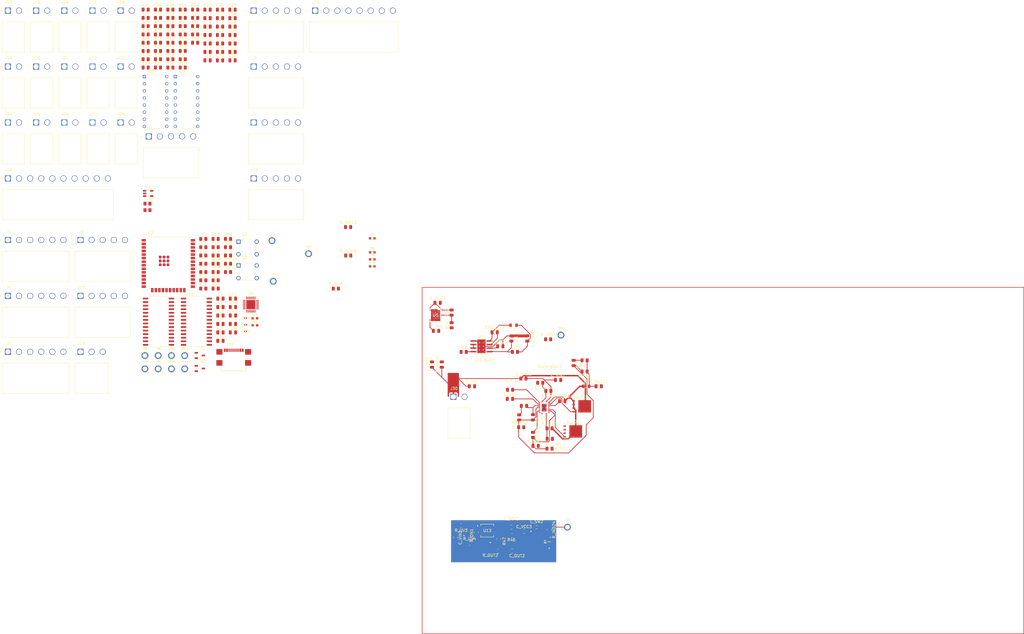
<source format=kicad_pcb>
(kicad_pcb (version 20240108) (generator "pcbnew") (generator_version "8.0")
  (layers (0 "F.Cu" signal) (31 "B.Cu" signal) (34 "B.Paste" user) (35 "F.Paste" user) (36 "B.SilkS" user "B.Silkscreen") (37 "F.SilkS" user "F.Silkscreen") (38 "B.Mask" user) (39 "F.Mask" user) (44 "Edge.Cuts" user))
  (net 0 "")
  (net 1 "3.3V")
  (net 2 "GND")
  (net 3 "ESP_EN")
  (net 4 "Net-(J32-DN1)")
  (net 5 "XI")
  (net 6 "XO")
  (net 7 "Net-(IC2-CORE_VDD_1)")
  (net 8 "Net-(J32-VBUS)")
  (net 9 "BUTTON_8")
  (net 10 "BUTTON_9")
  (net 11 "BUTTON_10")
  (net 12 "BUTTON_11")
  (net 13 "BUTTON_12")
  (net 14 "BUTTON_13")
  (net 15 "BUTTON_3")
  (net 16 "BUTTON_0")
  (net 17 "BUTTON_4")
  (net 18 "BUTTON_1")
  (net 19 "BUTTON_5")
  (net 20 "BUTTON_2")
  (net 21 "BUTTON_6")
  (net 22 "BUTTON_14")
  (net 23 "BUTTON_7")
  (net 24 "Net-(U1-SW)")
  (net 25 "Net-(U1-BOOT)")
  (net 26 "Net-(U13-BST)")
  (net 27 "Net-(U13-SW)")
  (net 28 "Net-(Q_LO1-D)")
  (net 29 "Net-(U12-BST)")
  (net 30 "Net-(U12-COMP)")
  (net 31 "Net-(C_C1-Pad2)")
  (net 32 "Net-(U12-FB)")
  (net 33 "Net-(C_C3-Pad1)")
  (net 34 "48V")
  (net 35 "Net-(U12-ILIM)")
  (net 36 "24V")
  (net 37 "Net-(C_OUT2-Pad2)")
  (net 38 "5V")
  (net 39 "12V")
  (net 40 "Net-(U12-SS_TRK)")
  (net 41 "Net-(U12-VCC)")
  (net 42 "Net-(U13-VCC)")
  (net 43 "Net-(U1-VCC)")
  (net 44 "Net-(U12-VIN)")
  (net 45 "Net-(D6-Pad2)")
  (net 46 "Net-(D7-Pad2)")
  (net 47 "Net-(D8-Pad2)")
  (net 48 "Net-(D9-Pad2)")
  (net 49 "Net-(D10-Pad2)")
  (net 50 "Net-(D11-Pad2)")
  (net 51 "Net-(U6-GPIO.1{slash}RXT)")
  (net 52 "Net-(U6-GPIO.0{slash}TXT)")
  (net 53 "Net-(D12-Pad2)")
  (net 54 "DIE_CLAMP_DIR+")
  (net 55 "DIE_CLAMP_PUL+")
  (net 56 "DIE_CLAMP_ENA+")
  (net 57 "ADVANCING_DIR+")
  (net 58 "ADVANCING_ENA+")
  (net 59 "ADVANCING_PUL+")
  (net 60 "ROTATION_ENA+")
  (net 61 "ROTATION_PUL+")
  (net 62 "ROTATION_DIR+")
  (net 63 "DIE_LIMIT_2")
  (net 64 "DIE_LIMIT_1")
  (net 65 "ADVANCE_LIMIT_2")
  (net 66 "ADVANCE_LIMIT_1")
  (net 67 "INDUCTIVE_PROX_1")
  (net 68 "INDUCTIVE_PROX_2")
  (net 69 "DIE_BEAM")
  (net 70 "CHUCK_BEAM")
  (net 71 "BENDING_LPWM")
  (net 72 "BENDING_RPWM")
  (net 73 "BENDING_R_ENA")
  (net 74 "BENDING_L_ENA")
  (net 75 "CHUCK_CLAMP_PUL+")
  (net 76 "CHUCK_CLAMP_DIR+")
  (net 77 "CHUCK_CLAMP_ENA+")
  (net 78 "BENDING_LIN_POT")
  (net 79 "7-SEG_SRCLK")
  (net 80 "7-SEG_SER")
  (net 81 "7-SEG_OEb")
  (net 82 "7-SEG_RCLK")
  (net 83 "7-SEG_A1")
  (net 84 "7-SEG_A0")
  (net 85 "7-SEG_Gb")
  (net 86 "DIAL_BUTTON")
  (net 87 "DIAL_CHANNEL_A")
  (net 88 "DIAL_CHANNEL_B")
  (net 91 "Net-(J32-CC2)")
  (net 93 "Net-(J32-CC1)")
  (net 94 "Net-(Q1-Pad3)")
  (net 95 "Net-(Q1-Pad2)")
  (net 96 "Net-(Q1-Pad1)")
  (net 97 "Net-(Q2-Pad3)")
  (net 98 "Net-(Q_HI1-G)")
  (net 99 "Net-(Q_LO1-G)")
  (net 100 "Net-(U1-FB)")
  (net 101 "Net-(U1-PG)")
  (net 102 "GPIO_0")
  (net 103 "DTR")
  (net 104 "RTS")
  (net 105 "ESP_RXD0")
  (net 106 "ESP_RXD")
  (net 107 "ESP_TXD")
  (net 108 "ESP_TXD0")
  (net 109 "ESP_SCK")
  (net 110 "ESP_SDA_OUT")
  (net 111 "ESP_SCK_OUT")
  (net 112 "Net-(U5-SENSE+_FB)")
  (net 113 "Net-(IC2-PDAT15)")
  (net 114 "RED4")
  (net 115 "RED3")
  (net 116 "Net-(IC2-PDAT14)")
  (net 117 "Net-(IC2-PDAT13)")
  (net 118 "RED2")
  (net 119 "RED1")
  (net 120 "Net-(IC2-PDAT12)")
  (net 121 "RED0")
  (net 122 "Net-(IC2-PDAT11)")
  (net 123 "GREEN5")
  (net 124 "Net-(IC2-PDAT10)")
  (net 125 "Net-(IC2-PDAT9)")
  (net 126 "GREEN4")
  (net 127 "Net-(IC2-PDAT8)")
  (net 128 "GREEN3")
  (net 129 "GREEN2")
  (net 130 "Net-(IC2-PDAT7)")
  (net 131 "GREEN1")
  (net 132 "Net-(IC2-PDAT6)")
  (net 133 "GREEN0")
  (net 134 "Net-(IC2-PDAT5)")
  (net 135 "BLUE4")
  (net 136 "Net-(IC2-PDAT4)")
  (net 137 "Net-(IC2-PDAT3)")
  (net 138 "BLUE3")
  (net 139 "Net-(IC2-PDAT2)")
  (net 140 "BLUE2")
  (net 141 "Net-(IC2-PDAT1)")
  (net 142 "BLUE1")
  (net 143 "BLUE0")
  (net 144 "Net-(IC2-PDAT0)")
  (net 145 "VSYNC")
  (net 146 "Net-(IC2-VSYNC)")
  (net 147 "Net-(IC2-HSYNC)")
  (net 148 "HSYNC")
  (net 149 "Net-(IC2-PCLK)")
  (net 150 "PIXCLK")
  (net 151 "DE")
  (net 152 "Net-(IC2-DE)")
  (net 153 "Net-(IC1-4A)")
  (net 154 "Net-(U13-FB)")
  (net 155 "Net-(U6-~{RST})")
  (net 156 "Net-(U6-VBUS)")
  (net 157 "Net-(U13-RON)")
  (net 158 "Net-(U12-PGOOD)")
  (net 159 "Net-(U12-RT)")
  (net 160 "Net-(U12-EN_UVLO)")
  (net 161 "Net-(U13-UVLO)")
  (net 162 "Net-(U12-SYNCIN)")
  (net 163 "DISPLAY_MOSI")
  (net 165 "DISPLAY_SCK")
  (net 166 "DISPLAY_CS")
  (net 176 "DISPLAY_MISO")
  (net 180 "BUTTON_CHAN_SEL_1C")
  (net 182 "BUTTON_CHAN_SEL_2B")
  (net 183 "BUTTON_PLEX_1")
  (net 184 "BUTTON_CHAN_SEL_2A")
  (net 185 "BUTTON_CHAN_SEL_1B")
  (net 186 "BUTTON_CHAN_SEL_2C")
  (net 187 "BUTTON_CHAN_SEL_1A")
  (net 188 "BUTTON_PLEX_2")
  (net 207 "DISPLAY_WAIT")
  (net 210 "DISPLAY_INT")
  (net 211 "RA_MISO")
  (net 212 "SCS")
  (footprint "Resistor_SMD:R_0805_2012Metric" (layer "F.Cu") (at 55.5 49 90)
    (property "Reference" "R22")
    (property "Value" "32.4k")
  )
  (footprint "Capacitor_SMD:C_0805_2012Metric" (layer "F.Cu") (at -22.475 45.525)
    (property "Reference" "C34")
    (property "Value" "4.7uF")
  )
  (footprint "Package_TO_SOT_SMD:TDSON-8-1" (layer "F.Cu") (at 101.9 77.905)
    (property "Reference" "Q_HI1")
    (property "Value" "CSD19502Q5B")
  )
  (footprint "Capacitor_SMD:C_0805_2012Metric" (layer "F.Cu") (at -22.625 -45.445)
    (property "Reference" "C33")
    (property "Value" "500nF")
  )
  (footprint "Capacitor_SMD:C_0805_2012Metric" (layer "F.Cu") (at -31.525 -48.455)
    (property "Reference" "C17")
    (property "Value" "0.1uF")
  )
  (footprint "${KIPRJMOD}:QFN50P500X500X80-29N" (layer "F.Cu") (at -16.095 41.63)
    (property "Reference" "U6")
    (property "Value" "CP2102N-A02-GQFN28")
  )
  (footprint "Resistor_SMD:R_0805_2012Metric" (layer "F.Cu") (at -49.185 -54.685)
    (property "Reference" "R33")
    (property "Value" "33")
  )
  (footprint "${KIPRJMOD}:TE_640387-8" (layer "F.Cu") (at 6.85 -63.17)
    (property "Reference" "J11")
    (property "Value" "640387-8")
  )
  (footprint "Resistor_SMD:R_0805_2012Metric" (layer "F.Cu") (at 80.3125 85.37)
    (property "Reference" "R_FB2")
    (property "Value" "1290")
  )
  (footprint "Capacitor_SMD:C_0805_2012Metric" (layer "F.Cu") (at -26.925 42.515)
    (property "Reference" "C2")
    (property "Value" "0.1uF")
  )
  (footprint "Resistor_SMD:R_0805_2012Metric" (layer "F.Cu") (at 59.8 58.5)
    (property "Reference" "R3")
    (property "Value" "100k")
  )
  (footprint "Resistor_SMD:R_0805_2012Metric" (layer "F.Cu") (at -24.225 24.125)
    (property "Reference" "R70")
    (property "Value" "22.1k")
  )
  (footprint "Capacitor_SMD:C_0805_2012Metric" (layer "F.Cu") (at 76.3 75.25)
    (property "Reference" "C_SS1")
    (property "Value" "12.5n")
  )
  (footprint "Resistor_SMD:R_0805_2012Metric" (layer "F.Cu") (at 58.9 120.5 180)
    (property "Reference" "R_UV3")
    (property "Value" "56.2k")
  )
  (footprint "${KIPRJMOD}:WL-SMCW_0603" (layer "F.Cu") (at 27.2 28)
    (property "Reference" "D10")
    (property "Value" "BLUE")
  )
  (footprint "Resistor_SMD:R_0805_2012Metric" (layer "F.Cu") (at 18.5875 14)
    (property "Reference" "R_IND12")
    (property "Value" "1.6k")
  )
  (footprint "Resistor_SMD:R_0805_2012Metric" (layer "F.Cu") (at -35.955 -51.735)
    (property "Reference" "R63")
    (property "Value" "10k")
  )
  (footprint "Capacitor_SMD:C_0805_2012Metric" (layer "F.Cu") (at -31.525 -45.445)
    (property "Reference" "C19")
    (property "Value" "500nF")
  )
  (footprint "Capacitor_SMD:C_0805_2012Metric" (layer "F.Cu") (at -26.925 39.505)
    (property "Reference" "C1")
    (property "Value" "0.1uF")
  )
  (footprint "Package_TO_SOT_SMD:TDSON-8-1" (layer "F.Cu") (at 98.7 86.85)
    (property "Reference" "Q_LO1")
    (property "Value" "CSD19534Q5A")
  )
  (footprint "${KIPRJMOD}:TE_640387-2" (layer "F.Cu") (at -62.51 -23.29)
    (property "Reference" "J28")
    (property "Value" "640387-2")
  )
  (footprint "Resistor_SMD:R_0805_2012Metric" (layer "F.Cu") (at 90.4125 85.75)
    (property "Reference" "R_ILIM1")
    (property "Value" "1.58k")
  )
  (footprint "Resistor_SMD:R_0805_2012Metric" (layer "F.Cu") (at 76.8 53.7125 -90)
    (property "Reference" "R1")
    (property "Value" "43.5k")
  )
  (footprint "${KIPRJMOD}:TE_640387-2" (layer "F.Cu") (at -92.645 -23.29)
    (property "Reference" "J25")
    (property "Value" "640387-2")
  )
  (footprint "${KIPRJMOD}:TVS_DFN2_SLP1006P2_SEM" (layer "F.Cu") (at -17.9593 46.4458)
    (property "Reference" "D13")
    (property "Value" "RCLAMP1521P.TCT")
  )
  (footprint "Resistor_SMD:R_0805_2012Metric" (layer "F.Cu") (at -40.365 -60.585)
    (property "Reference" "R52")
    (property "Value" "10k")
  )
  (footprint "${KIPRJMOD}:KEYSTONE_5006" (layer "F.Cu") (at -8.105 33.305)
    (property "Reference" "TP4")
    (property "Value" "5006")
  )
  (footprint "Resistor_SMD:R_0805_2012Metric" (layer "F.Cu") (at -24.225 21.175)
    (property "Reference" "R69")
    (property "Value" "47.5k")
  )
  (footprint "Capacitor_SMD:C_0805_2012Metric" (layer "F.Cu") (at -31.525 -54.475)
    (property "Reference" "C15")
    (property "Value" "0.1uF")
  )
  (footprint "Resistor_SMD:R_0805_2012Metric" (layer "F.Cu") (at -44.775 -63.535)
    (property "Reference" "R38")
    (property "Value" "33")
  )
  (footprint "Capacitor_SMD:C_0805_2012Metric" (layer "F.Cu") (at 76.85 121 180)
    (property "Reference" "C_BST2")
    (property "Value" "10nF")
  )
  (footprint "Resistor_SMD:R_0805_2012Metric" (layer "F.Cu") (at -44.775 -54.685)
    (property "Reference" "R41")
    (property "Value" "33")
  )
  (footprint "Capacitor_SMD:C_0805_2012Metric" (layer "F.Cu") (at 85.45 92)
    (property "Reference" "C_VCC2")
    (property "Value" "2.2u")
  )
  (footprint "Resistor_SMD:R_0805_2012Metric" (layer "F.Cu") (at -28.635 24.125)
    (property "Reference" "R19")
    (property "Value" "1K")
  )
  (footprint "Resistor_SMD:R_0805_2012Metric" (layer "F.Cu") (at -28.635 35.925)
    (property "Reference" "R67")
    (property "Value" "5.1K")
  )
  (footprint "${KIPRJMOD}:DIP794W45P254L1969H508Q16" (layer "F.Cu") (at -39.02 -30.79)
    (property "Reference" "U9")
    (property "Value" "CD4051BE")
  )
  (footprint "Resistor_SMD:R_0805_2012Metric" (layer "F.Cu") (at -33.045 21.175)
    (property "Reference" "R9")
    (property "Value" "10K")
  )
  (footprint "Resistor_SMD:R_0805_2012Metric" (layer "F.Cu") (at 90.4125 93)
    (property "Reference" "R_PG1")
    (property "Value" "20k")
  )
  (footprint "${KIPRJMOD}:TE_640387-2" (layer "F.Cu") (at -82.6 -23.29)
    (property "Reference" "J26")
    (property "Value" "640387-2")
  )
  (footprint "Capacitor_SMD:C_0805_2012Metric" (layer "F.Cu") (at 99 62.45 -90)
    (property "Reference" "C_C3")
    (property "Value" "1n")
  )
  (footprint "${KIPRJMOD}:KEYSTONE_5006" (layer "F.Cu") (at 94.5 52.5)
    (property "Reference" "TP5")
    (property "Value" "5006")
  )
  (footprint "Resistor_SMD:R_0805_2012Metric" (layer "F.Cu") (at -40.365 -48.785)
    (property "Reference" "R56")
    (property "Value" "10k")
  )
  (footprint "${KIPRJMOD}:KEYSTONE_5006" (layer "F.Cu") (at -49.125 64.545)
    (property "Reference" "TP9")
    (property "Value" "5006")
  )
  (footprint "Resistor_SMD:R_0805_2012Metric" (layer "F.Cu") (at 84.5 88.0875 -90)
    (property "Reference" "R_VCC1")
    (property "Value" "20k")
  )
  (footprint "Capacitor_SMD:C_0805_2012Metric" (layer "F.Cu") (at 62.75 70.75)
    (property "Reference" "C_IN2")
    (property "Value" "4.7u")
  )
  (footprint "Resistor_SMD:R_0805_2012Metric" (layer "F.Cu") (at 79.6 81.8575 -90)
    (property "Reference" "R_C1")
    (property "Value" "4k")
  )
  (footprint "Resistor_SMD:R_0805_2012Metric" (layer "F.Cu") (at -40.365 -42.885)
    (property "Reference" "R58")
    (property "Value" "10k")
  )
  (footprint "${KIPRJMOD}:RGY0020B-MFG" (layer "F.Cu") (at 88.500001 78.37)
    (property "Reference" "U12")
    (property "Value" "LM5146RGYR")
  )
  (footprint "Resistor_SMD:R_0805_2012Metric" (layer "F.Cu") (at -49.185 -45.835)
    (property "Reference" "R36")
    (property "Value" "33")
  )
  (footprint "Resistor_SMD:R_0805_2012Metric" (layer "F.Cu") (at 72.3 125.0875 90)
    (property "Reference" "R47")
    (property "Value" "549")
  )
  (footprint "${KIPRJMOD}:KEYSTONE_5006" (layer "F.Cu") (at -53.855 64.545)
    (property "Reference" "TP7")
    (property "Value" "5006")
  )
  (footprint "${KIPRJMOD}:KEYSTONE_5006" (layer "F.Cu") (at -53.855 59.815)
    (property "Reference" "TP6")
    (property "Value" "5006")
  )
  (footprint "Capacitor_SMD:C_0805_2012Metric" (layer "F.Cu") (at -22.625 -54.475)
    (property "Reference" "C30")
    (property "Value" "500nF")
  )
  (footprint "Resistor_SMD:R_0805_2012Metric" (layer "F.Cu") (at -53.595 -54.685)
    (property "Reference" "R25")
    (property "Value" "33")
  )
  (footprint "${KIPRJMOD}:SIL0010C" (layer "F.Cu") (at 49.775001 45.400001)
    (property "Reference" "U5")
    (property "Value" "TPSM265R1V5SILR")
  )
  (footprint "${KIPRJMOD}:TE_640387-5" (layer "F.Cu") (at -15.07 -43.23)
    (property "Reference" "J3")
    (property "Value" "640387-5")
  )
  (footprint "Capacitor_SMD:C_0805_2012Metric" (layer "F.Cu") (at 90.5 89.5 180)
    (property "Reference" "C_ILIM1")
    (property "Value" "3p")
  )
  (footprint "Resistor_SMD:R_0805_2012Metric" (layer "F.Cu") (at 90.3 121.9125 -90)
    (property "Reference" "R_IND24")
    (property "Value" "3.2k")
  )
  (footprint "${KIPRJMOD}:WL-SMCW_0603" (layer "F.Cu") (at 90.3 126.2 90)
    (property "Reference" "D7")
    (property "Value" "BLUE")
  )
  (footprint "Resistor_SMD:R_0805_2012Metric" (layer "F.Cu") (at -33.045 30.025)
    (property "Reference" "R12")
    (property "Value" "0")
  )
  (footprint "Resistor_SMD:R_0805_2012Metric" (layer "F.Cu") (at 77.0125 124)
    (property "Reference" "R46")
    (property "Value" "10k")
  )
  (footprint "${KIPRJMOD}:GCT_USB4110GFA" (layer "F.Cu") (at -22.175 58.99)
    (property "Reference" "J32")
    (property "Value" "USB4110GFA")
  )
  (footprint "Capacitor_SMD:C_0805_2012Metric" (layer "F.Cu") (at -22.475 51.545)
    (property "Reference" "C36")
    (property "Value" "0.1uF")
  )
  (footprint "Resistor_SMD:R_0805_2012Metric" (layer "F.Cu") (at -53.595 -60.585)
    (property "Reference" "R23")
    (property "Value" "33")
  )
  (footprint "${KIPRJMOD}:IC_LMR36520FADDAR" (layer "F.Cu") (at 66.15 56.5)
    (property "Reference" "U1")
    (property "Value" "LMR36520FADDAR")
  )
  (footprint "${KIPRJMOD}:TE_640387-5" (layer "F.Cu") (at -76.81 18.59)
    (property "Reference" "J9")
    (property "Value" "640387-5")
  )
  (footprint "Capacitor_SMD:C_0805_2012Metric" (layer "F.Cu") (at -22.475 48.535)
    (property "Reference" "C35")
    (property "Value" "4.7uF")
  )
  (footprint "Resistor_SMD:R_0805_2012Metric" (layer "F.Cu") (at -44.775 -45.835)
    (property "Reference" "R49")
    (property "Value" "10k")
  )
  (footprint "Capacitor_SMD:C_0805_2012Metric" (layer "F.Cu") (at -26.925 48.535)
    (property "Reference" "C4")
    (property "Value" "10uF")
  )
  (footprint "${KIPRJMOD}:TE_640387-2" (layer "F.Cu") (at -92.645 -63.17)
    (property "Reference" "J15")
    (property "Value" "640387-2")
  )
  (footprint "${KIPRJMOD}:KEYSTONE_5006" (layer "F.Cu") (at -8.54 18.83)
    (property "Reference" "TP1")
    (property "Value" "5006")
  )
  (footprint "${KIPRJMOD}:SOIC127P1030X265-28N" (layer "F.Cu") (at -49.015 47.725)
    (property "Reference" "U3")
    (property "Value" "MCP23017-E_SO")
  )
  (footprint "Resistor_SMD:R_0805_2012Metric" (layer "F.Cu") (at -33.045 35.925)
    (property "Reference" "R14")
    (property "Value" "0")
  )
  (footprint "Resistor_SMD:R_0805_2012Metric" (layer "F.Cu") (at 89.9125 54)
    (property "Reference" "R_IND3")
    (property "Value" "440")
  )
  (footprint "${KIPRJMOD}:TVS_DFN2_SLP1006P2_SEM" (layer "F.Cu") (at -17.9593 48.8174)
    (property "Reference" "D14")
    (property "Value" "RCLAMP1521P.TCT")
  )
  (footprint "Resistor_SMD:R_0805_2012Metric" (layer "F.Cu") (at -33.045 18.225)
    (property "Reference" "R4")
    (property "Value" "1K")
  )
  (footprint "Resistor_SMD:R_0805_2012Metric" (layer "F.Cu") (at -35.955 -54.685)
    (property "Reference" "R62")
    (property "Value" "10k")
  )
  (footprint "Resistor_SMD:R_0805_2012Metric" (layer "F.Cu") (at 64.3 122.9125 90)
    (property "Reference" "R_ON1")
    (property "Value" "681k")
  )
  (footprint "Resistor_SMD:R_0805_2012Metric" (layer "F.Cu") (at 78.0875 58.5)
    (property "Reference" "R2")
    (property "Value" "100k")
  )
  (footprint "Resistor_SMD:R_0805_2012Metric" (layer "F.Cu") (at -40.365 -63.535)
    (property "Reference" "R51")
    (property "Value" "10k")
  )
  (footprint "Capacitor_SMD:C_0805_2012Metric" (layer "F.Cu") (at 56.9 124.7 -90)
    (property "Reference" "C_VIN2")
    (property "Value" "1uF")
  )
  (footprint "Resistor_SMD:R_0805_2012Metric" (layer "F.Cu") (at 90 72.4125 180)
    (property "Reference" "R_UV1")
    (property "Value" "237k")
  )
  (footprint "Resistor_SMD:R_0805_2012Metric" (layer "F.Cu") (at -40.365 -57.635)
    (property "Reference" "R53")
    (property "Value" "10k")
  )
  (footprint "Resistor_SMD:R_0805_2012Metric" (layer "F.Cu") (at -49.185 -48.785)
    (property "Reference" "R35")
    (property "Value" "33")
  )
  (footprint "${KIPRJMOD}:WL-SMCW_0603" (layer "F.Cu") (at -14.64 49.01)
    (property "Reference" "D12")
    (property "Value" "BLUE")
  )
  (footprint "Resistor_SMD:R_0805_2012Metric" (layer "F.Cu") (at -49.185 -63.535)
    (property "Reference" "R30")
    (property "Value" "33")
  )
  (footprint "Capacitor_SMD:C_0805_2012Metric" (layer "F.Cu") (at -26.925 51.545)
    (property "Reference" "C9")
    (property "Value" "1nF")
  )
  (footprint "Resistor_SMD:R_0805_2012Metric" (layer "F.Cu") (at 102.9125 65.5 180)
    (property "Reference" "R_FB1")
    (property "Value" "18k")
  )
  (footprint "${KIPRJMOD}:KEYSTONE_5006" (layer "F.Cu") (at 96.8 121)
    (property "Reference" "TP2")
    (property "Value" "5006")
  )
  (footprint "Inductor_SMD:L_0805_2012Metric" (layer "F.Cu") (at 85.8 121)
    (property "Reference" "L_SW2")
    (property "Value" "220uH")
  )
  (footprint "${KIPRJMOD}:SOIC127P1030X265-28N" (layer "F.Cu") (at -35.48 47.725)
    (property "Reference" "U10")
    (property "Value" "MCP23017-E_SO")
  )
  (footprint "Capacitor_SMD:C_0805_2012Metric" (layer "F.Cu") (at -27.075 -48.455)
    (property "Reference" "C25")
    (property "Value" "500nF")
  )
  (footprint "Resistor_SMD:R_0805_2012Metric" (layer "F.Cu") (at -53.595 -63.535)
    (property "Reference" "R21")
    (property "Value" "1M")
  )
  (footprint "Capacitor_SMD:C_0805_2012Metric" (layer "F.Cu") (at 81.3 77.75 180)
    (property "Reference" "C_C1")
    (property "Value" "6.8n")
  )
  (footprint "Resistor_SMD:R_0805_2012Metric" (layer "F.Cu") (at -44.775 -48.785)
    (property "Reference" "R43")
    (property "Value" "10K")
  )
  (footprint "${KIPRJMOD}:WL-SMCW_0603" (layer "F.Cu") (at 27.2 25.5)
    (property "Reference" "D9")
    (property "Value" "BLUE")
  )
  (footprint "Resistor_SMD:R_0805_2012Metric" (layer "F.Cu") (at -53.595 -45.835)
    (property "Reference" "R28")
    (property "Value" "33")
  )
  (footprint "${KIPRJMOD}:TE_640387-2" (layer "F.Cu") (at -82.6 -43.23)
    (property "Reference" "J21")
    (property "Value" "640387-2")
  )
  (footprint "Resistor_SMD:R_0805_2012Metric" (layer "F.Cu") (at 61.9 126.75)
    (property "Reference" "R_UV4")
    (property "Value" "2k")
  )
  (footprint "Resistor_SMD:R_0805_2012Metric" (layer "F.Cu") (at 14.225 35.925)
    (property "Reference" "R_IND5")
    (property "Value" "660")
  )
  (footprint "${KIPRJMOD}:TE_640387-2" (layer "F.Cu") (at -62.51 -43.23)
    (property "Reference" "J23")
    (property "Value" "640387-2")
  )
  (footprint "Resistor_SMD:R_0805_2012Metric" (layer "F.Cu") (at -53.595 -57.635)
    (property "Reference" "R24")
    (property "Value" "33")
  )
  (footprint "Resistor_SMD:R_0805_2012Metric" (layer "F.Cu") (at -40.365 -45.835)
    (property "Reference" "R57")
    (property "Value" "10k")
  )
  (footprint "${KIPRJMOD}:TE_640387-5" (layer "F.Cu") (at -15.07 -23.29)
    (property "Reference" "J4")
    (property "Value" "640387-5")
  )
  (footprint "Capacitor_SMD:C_0805_2012Metric" (layer "F.Cu") (at -22.475 39.505)
    (property "Reference" "C11")
    (property "Value" "47pF")
  )
  (footprint "Resistor_SMD:R_0805_2012Metric" (layer "F.Cu") (at -33.045 24.125)
    (property "Reference" "R10")
    (property "Value" "10K")
  )
  (footprint "Resistor_SMD:R_0805_2012Metric" (layer "F.Cu") (at -40.365 -54.685)
    (property "Reference" "R54")
    (property "Value" "10k")
  )
  (footprint "Capacitor_SMD:C_0805_2012Metric" (layer "F.Cu") (at -27.075 -57.485)
    (property "Reference" "C22")
    (property "Value" "500nF")
  )
  (footprint "${KIPRJMOD}:DIP794W45P254L1969H508Q16" (layer "F.Cu") (at -50.065 -30.79)
    (property "Reference" "U8")
    (property "Value" "CD4051BE")
  )
  (footprint "Capacitor_SMD:C_0805_2012Metric" (layer "F.Cu") (at -27.075 -51.465)
    (property "Reference" "C24")
    (property "Value" "500nF")
  )
  (footprint "Resistor_SMD:R_0805_2012Metric" (layer "F.Cu") (at -53.595 -42.885)
    (property "Reference" "R29")
    (property "Value" "33")
  )
  (footprint "${KIPRJMOD}:TE_640387-6" (layer "F.Cu") (at -102.69 58.47)
    (property "Reference" "J8")
    (property "Value" "640387-6")
  )
  (footprint "Resistor_SMD:R_0805_2012Metric" (layer "F.Cu") (at -28.635 18.225)
    (property "Reference" "R15")
    (property "Value" "0")
  )
  (footprint "Capacitor_SMD:C_0805_2012Metric" (layer "F.Cu") (at 81.3 122.5)
    (property "Reference" "C_VCC3")
    (property "Value" "1uF")
  )
  (footprint "${KIPRJMOD}:TE_640387-2" (layer "F.Cu") (at -72.555 -23.29)
    (property "Reference" "J27")
    (property "Value" "640387-2")
  )
  (footprint "Capacitor_SMD:C_0805_2012Metric" (layer "F.Cu") (at -31.525 -63.505)
    (property "Reference" "C12")
    (property "Value" "15pF")
  )
  (footprint "Resistor_SMD:R_0805_2012Metric" (layer "F.Cu") (at -44.775 -60.585)
    (property "Reference" "R39")
    (property "Value" "33")
  )
  (footprint "${KIPRJMOD}:SOT95P280X145-5N" (layer "F.Cu") (at -52.69 1.995)
    (property "Reference" "U11")
    (property "Value" "SN74AHC1G125DBVR")
  )
  (footprint "Resistor_SMD:R_0805_2012Metric" (layer "F.Cu") (at -44.775 -42.885)
    (property "Reference" "R50")
    (property "Value" "10k")
  )
  (footprint "${KIPRJMOD}:TE_640387-2" (layer "F.Cu") (at -102.69 -63.17)
    (property "Reference" "J12")
    (property "Value" "640387-2")
  )
  (footprint "Resistor_SMD:R_0805_2012Metric" (layer "F.Cu") (at -35.955 -63.535)
    (property "Reference" "R59")
    (property "Value" "10k")
  )
  (footprint "Resistor_SMD:R_0805_2012Metric" (layer "F.Cu") (at 55.5 44.5 90)
    (property "Reference" "R20")
    (property "Value" "100k")
  )
  (footprint "Resistor_SMD:R_0805_2012Metric" (layer "F.Cu") (at -33.045 27.075)
    (property "Reference" "R11")
    (property "Value" "0")
  )
  (footprint "Capacitor_SMD:C_0805_2012Metric" (layer "F.Cu") (at 107.95 70.75)
    (property "Reference" "C_OUT12")
    (property "Value" "22u")
  )
  (footprint "Capacitor_SMD:C_0805_2012Metric" (layer "F.Cu") (at -22.475 42.515)
    (property "Reference" "C18")
    (property "Value" "0.1uF")
  )
  (footprint "Capacitor_SMD:C_0805_2012Metric" (layer "F.Cu") (at -27.075 -63.505)
    (property "Reference" "C20")
    (property "Value" "500nF")
  )
  (footprint "Resistor_SMD:R_0805_2012Metric" (layer "F.Cu") (at -40.365 -51.735)
    (property "Reference" "R55")
    (property "Value" "10k")
  )
  (footprint "Capacitor_SMD:C_0805_2012Metric" (layer "F.Cu") (at -31.525 -57.485)
    (property "Reference" "C14")
    (property "Value" "0.1uF")
  )
  (footprint "Capacitor_SMD:C_0805_2012Metric" (layer "F.Cu") (at -22.625 -57.485)
    (property "Reference" "C29")
    (property "Value" "500nF")
  )
  (footprint "Capacitor_SMD:C_0805_2012Metric" (layer "F.Cu") (at 93.45 68.5)
    (property "Reference" "C_VIN1")
    (property "Value" "100n")
  )
  (footprint "Capacitor_SMD:C_0805_2012Metric" (layer "F.Cu") (at 52 63 90)
    (property "Reference" "C_HF33")
    (property "Value" "220n")
  )
  (footprint "${KIPRJMOD}:TVS_DFN2_SLP1006P2_SEM" (layer "F.Cu") (at -17.9593 51.189)
    (property "Reference" "D15")
    (property "Value" "RCLAMP1521P.TCT")
  )
  (footprint "${KIPRJMOD}:KEYSTONE_5006" (layer "F.Cu") (at -49.125 59.815)
    (property "Reference" "TP8")
    (property "Value" "5006")
  )
  (footprint "${KIPRJMOD}:TE_640387-5" (layer "F.Cu") (at -76.81 38.53)
    (property "Reference" "J10")
    (property "Value" "640387-5")
  )
  (footprint "Capacitor_SMD:C_0805_2012Metric" (layer "F.Cu") (at -27.075 -54.475)
    (property "Reference" "C23")
    (property "Value" "500nF")
  )
  (footprint "${KIPRJMOD}:SDC08B" (layer "F.Cu") (at 68.199999 122.2)
    (property "Reference" "U13")
    (property "Value" "LM5017SDX/NOPB")
  )
  (footprint "Resistor_SMD:R_0805_2012Metric" (layer "F.Cu") (at 76.3375 72)
    (property "Reference" "R_RT1")
    (property "Value" "39.2k")
  )
  (footprint "${KIPRJMOD}:TE_640387-5" (layer "F.Cu") (at -52.47 -18.33)
    (property "Reference" "J31")
    (property "Value" "640387-5")
  )
  (footprint "Resistor_SMD:R_0805_2012Metric" (layer "F.Cu") (at -49.185 -60.585)
    (property "Reference" "R31")
    (property "Value" "33")
  )
  (footprint "Capacitor_SMD:C_0805_2012Metric" (layer "F.Cu") (at 70.85 51.5)
    (property "Reference" "CBOOT33")
    (property "Value" "0.1u")
  )
  (footprint "Resistor_SMD:R_0805_2012Metric" (layer "F.Cu") (at 81.0875 68)
    (property "Reference" "R_VIN12")
    (property "Value" "2.2")
  )
  (footprint "Resistor_SMD:R_0805_2012Metric" (layer "F.Cu") (at 87.0875 69.5 180)
    (property "Reference" "R_UV2")
    (property "Value" "7.6k")
  )
  (footprint "${KIPRJMOD}:TE_640387-2" (layer "F.Cu") (at -62.51 -63.17)
    (property "Reference" "J18")
    (property "Value" "640387-2")
  )
  (footprint "${KIPRJMOD}:TE_640387-6" (layer "F.Cu") (at -102.69 18.59)
    (property "Reference" "J5")
    (property "Value" "640387-6")
  )
  (footprint "${KIPRJMOD}:TE_640387-2" (layer "F.Cu") (at -102.69 -23.29)
    (property "Reference" "J24")
    (property "Value" "640387-2")
  )
  (footprint "${KIPRJMOD}:TE_640387-6" (layer "F.Cu") (at -102.69 38.53)
    (property "Reference" "J6")
    (property "Value" "640387-6")
  )
  (footprint "Capacitor_SMD:C_0805_2012Metric" (layer "F.Cu") (at -27.075 -60.495)
    (property "Reference" "C21")
    (property "Value" "500nF")
  )
  (footprint "${KIPRJMOD}:KEYSTONE_5006" (layer "F.Cu") (at 4.5 23.5)
    (property "Reference" "TP3")
    (property "Value" "5006")
  )
  (footprint "${KIPRJMOD}:TE_640387-3" (layer "F.Cu") (at -76.81 58.47)
    (property "Reference" "J14")
    (property "Value" "640387-3")
  )
  (footprint "${KIPRJMOD}:TE_640387-2" (layer "F.Cu") (at -72.555 -43.23)
    (property "Reference" "J22")
    (property "Value" "640387-2")
  )
  (footprint "Resistor_SMD:R_0805_2012Metric" (layer "F.Cu") (at -33.045 32.975)
    (property "Reference" "R13")
    (property "Value" "0")
  )
  (footprint "Resistor_SMD:R_0805_2012Metric" (layer "F.Cu") (at -49.185 -51.735)
    (property "Reference" "R34")
    (property "Value" "33")
  )
  (footprint "${KIPRJMOD}:MODULE_ESP32-WROOM-32UE_M113EH6400UH3Q0_" (layer "F.Cu") (at -45.52 27.125)
    (property "Reference" "U2")
    (property "Value" "ESP32-WROOM-32UE_M113EH6400UH3Q0_")
  )
  (footprint "Inductor_SMD:L_0805_2012Metric" (layer "F.Cu") (at 77.5625 49 180)
    (property "Reference" "L1")
    (property "Value" "8.5u")
  )
  (footprint "Capacitor_SMD:C_0805_2012Metric" (layer "F.Cu") (at -22.625 -63.505)
    (property "Reference" "C27")
    (property "Value" "500nF")
  )
  (footprint "${KIPRJMOD}:XTAL_ABM8-20.000MHz-10-B1U-T" (layer "F.Cu") (at -52.95 6.795)
    (property "Reference" "Y1")
    (property "Value" "ABM8-20.000MHz-10-B1U-T")
  )
  (footprint "Resistor_SMD:R_0805_2012Metric" (layer "F.Cu") (at -44.775 -57.635)
    (property "Reference" "R40")
    (property "Value" "33")
  )
  (footprint "Capacitor_SMD:C_0805_2012Metric" (layer "F.Cu") (at -22.625 -60.495)
    (property "Reference" "C28")
    (property "Value" "500nF")
  )
  (footprint "Capacitor_SMD:C_0805_2012Metric" (layer "F.Cu") (at 94.95 76.05)
    (property "Reference" "C_BST3")
    (property "Value" "100n")
  )
  (footprint "${KIPRJMOD}:TE_640387-5" (layer "F.Cu") (at -15.07 -63.17)
    (property "Reference" "J2")
    (property "Value" "640387-5")
  )
  (footprint "Resistor_SMD:R_0805_2012Metric" (layer "F.Cu") (at 102.9125 61.5 180)
    (property "Reference" "R_C2")
    (property "Value" "40")
  )
  (footprint "Resistor_SMD:R_0805_2012Metric" (layer "F.Cu") (at -28.635 30.025)
    (property "Reference" "R65")
    (property "Value" "440")
  )
  (footprint "Capacitor_SMD:C_0805_2012Metric" (layer "F.Cu") (at -22.625 -48.455)
    (property "Reference" "C32")
    (property "Value" "500nF")
  )
  (footprint "Capacitor_SMD:C_0805_2012Metric" (layer "F.Cu") (at 77.05 129.5 180)
    (property "Reference" "C_OUT2")
    (property "Value" "10uF")
  )
  (footprint "Capacitor_SMD:C_0805_2012Metric" (layer "F.Cu") (at -26.925 45.525)
    (property "Reference" "C3")
    (property "Value" "10uF")
  )
  (footprint "Resistor_SMD:R_0805_2012Metric" (layer "F.Cu") (at -49.185 -57.635)
    (property "Reference" "R32")
    (property "Value" "33")
  )
  (footprint "Capacitor_SMD:C_0805_2012Metric" (layer "F.Cu") (at 84.500001 81.82 -90)
    (property "Reference" "C_C2")
    (property "Value" "312p")
  )
  (footprint "Capacitor_SMD:C_0805_2012Metric" (layer "F.Cu") (at 72.85 56.5)
    (property "Reference" "C_VCC33")
    (property "Value" "1u")
  )
  (footprint "Resistor_SMD:R_0805_2012Metric" (layer "F.Cu") (at 72.05 129.5)
    (property "Reference" "R_OUT2")
    (property "Value" "250m")
  )
  (footprint "${KIPRJMOD}:TE_640387-2" (layer "F.Cu") (at -92.645 -43.23)
    (property "Reference" "J20")
    (property "Value" "640387-2")
  )
  (footprint "Resistor_SMD:R_0805_2012Metric" (layer "F.Cu") (at -44.775 -51.735)
    (property "Reference" "R42")
    (property "Value" "33")
  )
  (footprint "Capacitor_SMD:C_0805_2012Metric" (layer "F.Cu") (at 49.95 51)
    (property "Reference" "C_IN5")
    (property "Value" "1uF")
  )
  (footprint "${KIPRJMOD}:WL-SMCW_0603" (layer "F.Cu") (at 27.2 18)
    (property "Reference" "D6")
    (property "Value" "BLUE")
  )
  (footprint "Capacitor_SMD:C_0805_2012Metric" (layer "F.Cu") (at 48.5 63 90)
    (property "Reference" "C_IN33")
    (property "Value" "4.7u")
  )
  (footprint "${KIPRJMOD}:KEYSTONE_5006" (layer "F.Cu") (at -44.395 64.545)
    (property "Reference" "TP11")
    (property "Value" "5006")
  )
  (footprint "Capacitor_SMD:C_0805_2012Metric" (layer "F.Cu") (at -31.525 -51.465)
    (property "Reference" "C16")
    (property "Value" "0.1uF")
  )
  (footprint "${KIPRJMOD}:TE_640387-2" (layer "F.Cu") (at -102.69 -43.23)
    (property "Reference" "J19")
    (property "Value" "640387-2")
  )
  (footprint "${KIPRJMOD}:KEYSTONE_5006" (layer "F.Cu") (at -39.665 64.545)
    (property "Reference" "TP13")
    (property "Value" "5006")
  )
  (footprint "Capacitor_SMD:C_0805_2012Metric" (layer "F.Cu") (at 50.5 41)
    (property "Reference" "C_OUT3")
    (property "Value" "10u")
  )
  (footprint "Capacitor_SMD:C_0805_2012Metric" (layer "F.Cu") (at -27.075 -45.445)
    (property "Reference" "C26")
    (property "Value" "500nF")
  )
  (footprint "Resistor_SMD:R_0805_2012Metric" (layer "F.Cu") (at -24.225 30.025)
    (property "Reference" "R_ESP33")
    (property "Value" "4.7k")
  )
  (footprint "Resistor_SMD:R_0805_2012Metric" (layer "F.Cu") (at -53.595 -48.785)
    (property "Reference" "R27")
    (property "Value" "33")
  )
  (footprint "Resistor_SMD:R_0805_2012Metric" (layer "F.Cu") (at -53.595 -51.735)
    (property "Reference" "R26")
    (property "Value" "33")
  )
  (footprint "${KIPRJMOD}:TE_640387-2" (layer "F.Cu") (at -72.555 -63.17)
    (property "Reference" "J17")
    (property "Value" "640387-2")
  )
  (footprint "Resistor_SMD:R_0805_2012Metric" (layer "F.Cu") (at -35.955 -60.585)
    (property "Reference" "R60")
    (property "Value" "10k")
  )
  (footprint "Resistor_SMD:R_0805_2012Metric" (layer "F.Cu") (at -35.955 -57.635)
    (property "Reference" "R61")
    (property "Value" "10k")
  )
  (footprint "${KIPRJMOD}:SW_TS02-66-70-BK-260-LCR-D" (layer "F.Cu") (at -17.241 29.937)
    (property "Reference" "S3")
    (property "Value" "TS02-66-70-BK")
  )
  (footprint "Capacitor_SMD:C_0805_2012Metric" (layer "F.Cu") (at 82.5 53.7 -90)
    (property "Reference" "C_OUT33")
    (property "Value" "100u")
  )
  (footprint "Capacitor_SMD:C_0805_2012Metric" (layer "F.Cu") (at -26.925 54.555)
    (property "Reference" "C10")
    (property "Value" "47pF")
  )
  (footprint "Resistor_SMD:R_0805_2012Metric" (layer "F.Cu") (at -28.635 27.075)
    (property "Reference" "R64")
    (property "Value" "440")
  )
  (footprint "Resistor_SMD:R_0805_2012Metric" (layer "F.Cu") (at 18.635 24.125)
    (property "Reference" "R_IND48")
    (property "Value" "6.4k")
  )
  (footprint "${KIPRJMOD}:WL-SMCW_0603" (layer "F.Cu") (at 27.2 23)
    (property "Reference" "D8")
    (property "Value" "BLUE")
  )
  (footprint "Capacitor_SMD:C_0805_2012Metric" (layer "F.Cu") (at -31.525 -60.495)
    (property "Reference" "C13")
    (property "Value" "15pF")
  )
  (footprint "${KIPRJMOD}:KEYSTONE_5006" (layer "F.Cu") (at -39.665 59.815)
    (property "Reference" "TP12")
    (property "Value" "5006")
  )
  (footprint "Resistor_SMD:R_0805_2012Metric" (layer "F.Cu") (at -28.635 32.975)
    (property "Reference" "R66")
    (property "Value" "5.1K")
  )
  (footprint "Resistor_SMD:R_0805_2012Metric" (layer "F.Cu") (at -49.185 -42.885)
    (property "Reference" "R37")
    (property "Value" "33")
  )
  (footprint "Resistor_SMD:R_0805_2012Metric" (layer "F.Cu") (at -28.635 21.175)
    (property "Reference" "R16")
    (property "Value" "0")
  )
  (footprint "${KIPRJMOD}:TE_1-640387-0" (layer "F.Cu") (at -102.69 -3.35)
    (property "Reference" "J29")
    (property "Value" "1-640387-0")
  )
  (footprint "${KIPRJMOD}:TE_640387-5" (layer "F.Cu") (at -15.07 -3.35)
    (property "Reference" "J13")
    (property "Value" "640387-5")
  )
  (footprint "${KIPRJMOD}:TE_640387-2" (layer "F.Cu") (at 56.14 74.5)
    (property "Reference" "J30")
    (property "Value" "640387-2")
  )
  (footprint "${KIPRJMOD}:TE_640387-2" (layer "F.Cu") (at -82.6 -63.17)
    (property "Reference" "J16")
    (property "Value" "640387-2")
  )
  (footprint "Inductor_SMD:L_0805_2012Metric" (layer "F.Cu") (at 103.5 70.75)
    (property "Reference" "L2")
    (property "Value" "12u")
  )
  (footprint "Resistor_SMD:R_0805_2012Metric" (layer "F.Cu") (at -24.225 18.225)
    (property "Reference" "R68")
    (property "Value" "1k")
  )
  (footprint "Resistor_SMD:R_0805_2012Metric" (layer "F.Cu") (at -24.225 27.075)
    (property "Reference" "R_ESP23")
    (property "Value" "4.7k")
  )
  (footprint "${KIPRJMOD}:SOT95P280X125-3N" (layer "F.Cu") (at -34.29 59.775)
    (property "Reference" "Q1")
    (property "Value" "AO3400A")
  )
  (footprint "${KIPRJMOD}:SOT95P280X125-3N" (layer "F.Cu") (at -34.29 64.425)
    (property "Reference" "Q2")
    (property "Value" "AO3400A")
  )
  (footprint "${KIPRJMOD}:KEYSTONE_5006" (layer "F.Cu") (at -44.395 59.815)
    (property "Reference" "TP10")
    (property "Value" "5006")
  )
  (footprint "${KIPRJMOD}:SW_TS02-66-70-BK-260-LCR-D" (layer "F.Cu") (at -17.241 21.454)
    (property "Reference" "S2")
    (property "Value" "TS02-66-70-BK")
  )
  (footprint "${KIPRJMOD}:WL-SMCW_0603" (layer "F.Cu") (at -14.64 46.51)
    (property "Reference" "D11")
    (property "Value" "GREEN")
  )
  (footprint "Capacitor_SMD:C_0805_2012Metric" (layer "F.Cu") (at -22.625 -51.465)
    (property "Reference" "C31")
    (property "Value" "500nF")
  )
  (gr_rect (start 45 35.5) (end 259.5 159) (stroke (width 0.2)) (fill none) (layer "F.Cu") (net 24))
  (gr_text "Designator2" (at 90.25 63.75 0) (layer "F.SilkS") (effects (font (size 1 1))))
  (gr_text "3V3 Buck" (at 63.5 62 0) (layer "F.SilkS") (effects (font (size 1 1)) (justify left bottom)))
  (segment (start 82.5 56.5) (end 82.5 54.65) (width 0.25) (layer "F.Cu") (net 1))
  (segment (start 83.55 53.6) (end 82.5 54.65) (width 0.25) (layer "F.Cu") (net 1))
  (segment (start 83.55 52.225) (end 83.55 53.6) (width 0.25) (layer "F.Cu") (net 1))
  (segment (start 80.5 58.5) (end 82.5 56.5) (width 0.25) (layer "F.Cu") (net 1))
  (segment (start 80.325 49) (end 83.55 52.225) (width 0.25) (layer "F.Cu") (net 1))
  (segment (start 80.325 49) (end 78.625 49) (width 0.25) (layer "F.Cu") (net 1))
  (segment (start 79 58.5) (end 80.5 58.5) (width 0.25) (layer "F.Cu") (net 1))
  (segment (start 82.45 52.8) (end 82.5 52.75) (width 0.25) (layer "F.Cu") (net 2))
  (segment (start 64.375 54.595) (end 63.275 54.595) (width 0.25) (layer "F.Cu") (net 2))
  (segment (start 73.8 54.175) (end 75.175 52.8) (width 0.25) (layer "F.Cu") (net 2))
  (segment (start 76.85 52.75) (end 76.8 52.8) (width 0.25) (layer "F.Cu") (net 2))
  (segment (start 76.8 52.8) (end 82.45 52.8) (width 1) (layer "F.Cu") (net 2))
  (segment (start 90.3 127) (end 90.3 128.5) (width 0.25) (layer "F.Cu") (net 2))
  (segment (start 60.9875 125.0875) (end 59.9 124) (width 1) (layer "F.Cu") (net 2))
  (segment (start 72.6799 54.175) (end 70.3549 56.5) (width 0.25) (layer "F.Cu") (net 2))
  (segment (start 69.8 126) (end 69.3 126.5) (width 1) (layer "F.Cu") (net 2))
  (segment (start 71.1375 128.3375) (end 69.3 126.5) (width 1) (layer "F.Cu") (net 2))
  (segment (start 73.8 54.175) (end 72.6799 54.175) (width 0.25) (layer "F.Cu") (net 2))
  (segment (start 60.9875 126.75) (end 60.9875 125.0875) (width 1) (layer "F.Cu") (net 2))
  (segment (start 73.8 56.5) (end 73.8 54.175) (width 0.25) (layer "F.Cu") (net 2))
  (segment (start 60.1 74.35) (end 60.1 74.5) (width 0.25) (layer "F.Cu") (net 2))
  (segment (start 56.9 125.65) (end 58.25 125.65) (width 1) (layer "F.Cu") (net 2))
  (segment (start 71.1375 129.5) (end 71.1375 128.3375) (width 1) (layer "F.Cu") (net 2))
  (segment (start 75.175 52.8) (end 76.8 52.8) (width 0.25) (layer "F.Cu") (net 2))
  (segment (start 72.3 126) (end 69.8 126) (width 1) (layer "F.Cu") (net 2))
  (segment (start 66.3 121) (end 65.3 121) (width 0.25) (layer "F.Cu") (net 2))
  (segment (start 82.25 122.5) (end 83.8 122.5) (width 1) (layer "F.Cu") (net 2))
  (segment (start 58.25 125.65) (end 59.9 124) (width 1) (layer "F.Cu") (net 2))
  (segment (start 70.3549 56.5) (end 66.28 56.5) (width 0.25) (layer "F.Cu") (net 2))
  (segment (start 66.28 56.5) (end 64.375 54.595) (width 0.25) (layer "F.Cu") (net 2))
  (segment (start 65.3 121) (end 64.8 120.5) (width 0.25) (layer "F.Cu") (net 2))
  (via (at 64.8 120.5) (size 0.8) (drill 0.4) (layers "F.Cu" "B.Cu") (net 2))
  (via (at 90.3 128.5) (size 0.8) (drill 0.4) (layers "F.Cu" "B.Cu") (net 2))
  (via (at 83.8 122.5) (size 0.8) (drill 0.4) (layers "F.Cu" "B.Cu") (net 2))
  (via (at 69.3 126.5) (size 0.8) (drill 0.4) (layers "F.Cu" "B.Cu") (net 2))
  (via (at 59.9 124) (size 0.8) (drill 0.4) (layers "F.Cu" "B.Cu") (net 2))
  (segment (start 69.025 54.595) (end 69.9 53.72) (width 0.25) (layer "F.Cu") (net 24))
  (segment (start 72.4 49) (end 69.9 51.5) (width 0.25) (layer "F.Cu") (net 24))
  (segment (start 76.5 49) (end 72.4 49) (width 0.25) (layer "F.Cu") (net 24))
  (segment (start 69.9 53.72) (end 69.9 51.5) (width 0.25) (layer "F.Cu") (net 24))
  (segment (start 71.8 53.622644) (end 71.8 51.5) (width 0.25) (layer "F.Cu") (net 25))
  (segment (start 69.025 55.865) (end 69.557644 55.865) (width 0.25) (layer "F.Cu") (net 25))
  (segment (start 69.557644 55.865) (end 71.8 53.622644) (width 0.25) (layer "F.Cu") (net 25))
  (segment (start 70.349997 122.05) (end 70.099998 121.800001) (width 0.25) (layer "F.Cu") (net 26))
  (segment (start 76.75 122.05) (end 70.349997 122.05) (width 0.25) (layer "F.Cu") (net 26))
  (segment (start 77.8 121) (end 76.75 122.05) (width 0.25) (layer "F.Cu") (net 26))
  (segment (start 84.7375 120.9375) (end 84.7375 121) (width 1) (layer "F.Cu") (net 27))
  (segment (start 76.8 119) (end 82.8 119) (width 1) (layer "F.Cu") (net 27))
  (segment (start 82.8 119) (end 84.7375 120.9375) (width 1) (layer "F.Cu") (net 27))
  (segment (start 75.9 119.9) (end 76.8 119) (width 1) (layer "F.Cu") (net 27))
  (segment (start 75.9 121) (end 75.9 119.9) (width 1) (layer "F.Cu") (net 27))
  (segment (start 70.099998 121) (end 75.9 121) (width 0.25) (layer "F.Cu") (net 27))
  (segment (start 95.9 75.325) (end 95.9 76.05) (width 0.25) (layer "F.Cu") (net 28))
  (segment (start 99 78.54) (end 99 77.27) (width 0.5) (layer "F.Cu") (net 28))
  (segment (start 99.75 86.85) (end 97.1 89.5) (width 0.5) (layer "F.Cu") (net 28))
  (segment (start 97.975 74.975) (end 96.975 74.975) (width 0.5) (layer "F.Cu") (net 28))
  (segment (start 102.4375 70.75) (end 101.2 70.75) (width 0.5) (layer "F.Cu") (net 28))
  (segment (start 101.2 70.75) (end 96.975 74.975) (width 0.5) (layer "F.Cu") (net 28))
  (segment (start 95.075 89.5) (end 91.325 85.75) (width 0.5) (layer "F.Cu") (net 28))
  (segment (start 95.9 76.05) (end 95.629999 76.05) (width 0.25) (layer "F.Cu") (net 28))
  (segment (start 99 76) (end 99 77.27) (width 0.5) (layer "F.Cu") (net 28))
  (segment (start 97.1 89.5) (end 95.075 89.5) (width 0.5) (layer "F.Cu") (net 28))
  (segment (start 99 76) (end 97.975 74.975) (width 0.5) (layer "F.Cu") (net 28))
  (segment (start 92.220001 74.55) (end 95.125 74.55) (width 0.25) (layer "F.Cu") (net 28))
  (segment (start 90.15 76.620001) (end 90.379999 76.620001) (width 0.25) (layer "F.Cu") (net 28))
  (segment (start 99.75 79.29) (end 99.75 86.85) (width 0.5) (layer "F.Cu") (net 28))
  (segment (start 95.125 74.55) (end 95.9 75.325) (width 0.25) (layer "F.Cu") (net 28))
  (segment (start 99 78.54) (end 99.75 79.29) (width 0.5) (layer "F.Cu") (net 28))
  (segment (start 96.725 75.225) (end 95.9 76.05) (width 0.5) (layer "F.Cu") (net 28))
  (segment (start 96.975 74.975) (end 96.725 75.225) (width 0.5) (layer "F.Cu") (net 28))
  (segment (start 90.15 76.620001) (end 92.220001 74.55) (width 0.25) (layer "F.Cu") (net 28))
  (segment (start 94 76.05) (end 92.430001 77.619999) (width 0.25) (layer "F.Cu") (net 29))
  (segment (start 92.430001 77.619999) (end 90.15 77.619999) (width 0.25) (layer "F.Cu") (net 29))
  (segment (start 93.749999 75.799999) (end 94 76.05) (width 0.25) (layer "F.Cu") (net 29))
  (segment (start 85.250002 77.619999) (end 86.850002 77.619999) (width 0.25) (layer "F.Cu") (net 30))
  (segment (start 82.87 78.37) (end 84.500001 78.37) (width 0.25) (layer "F.Cu") (net 30))
  (segment (start 84.500001 80.87) (end 84.500001 78.37) (width 0.25) (layer "F.Cu") (net 30))
  (segment (start 84.500001 78.37) (end 85.250002 77.619999) (width 0.25) (layer "F.Cu") (net 30))
  (segment (start 82.25 77.75) (end 82.87 78.37) (width 0.25) (layer "F.Cu") (net 30))
  (segment (start 80.35 77.75) (end 80.35 80.195) (width 0.25) (layer "F.Cu") (net 31))
  (segment (start 80.35 80.195) (end 79.6 80.945) (width 0.25) (layer "F.Cu") (net 31))
  (segment (start 84.500001 82.77) (end 79.6 82.77) (width 0.25) (layer "F.Cu") (net 32))
  (segment (start 103.5 84.5) (end 103.5 88.23) (width 0.25) (layer "F.Cu") (net 32))
  (segment (start 84.500001 82.77) (end 85.550001 81.72) (width 0.25) (layer "F.Cu") (net 32))
  (segment (start 103.5 88.23) (end 97.23 94.5) (width 0.25) (layer "F.Cu") (net 32))
  (segment (start 106 82) (end 103.5 84.5) (width 0.25) (layer "F.Cu") (net 32))
  (segment (start 79.4 88.9) (end 79.4 85.37) (width 0.25) (layer "F.Cu") (net 32))
  (segment (start 85.550001 78.845003) (end 86.275004 78.12) (width 0.25) (layer "F.Cu") (net 32))
  (segment (start 99 63.4) (end 103.775 68.175) (width 0.25) (layer "F.Cu") (net 32))
  (segment (start 79.4 85.37) (end 79.4 82.97) (width 0.25) (layer "F.Cu") (net 32))
  (segment (start 99 63.4) (end 99.9 63.4) (width 0.25) (layer "F.Cu") (net 32))
  (segment (start 85.550001 81.72) (end 85.550001 78.845003) (width 0.25) (layer "F.Cu") (net 32))
  (segment (start 99.9 63.4) (end 102 65.5) (width 0.25) (layer "F.Cu") (net 32))
  (segment (start 85 94.5) (end 79.4 88.9) (width 0.25) (layer "F.Cu") (net 32))
  (segment (start 103.775 73.6) (end 106 75.825) (width 0.25) (layer "F.Cu") (net 32))
  (segment (start 106 75.825) (end 106 82) (width 0.25) (layer "F.Cu") (net 32))
  (segment (start 79.4 82.97) (end 79.6 82.77) (width 0.25) (layer "F.Cu") (net 32))
  (segment (start 103.775 68.175) (end 103.775 73.6) (width 0.25) (layer "F.Cu") (net 32))
  (segment (start 86.275004 78.12) (end 86.850002 78.12) (width 0.25) (layer "F.Cu") (net 32))
  (segment (start 97.23 94.5) (end 85 94.5) (width 0.25) (layer "F.Cu") (net 32))
  (segment (start 99 61.5) (end 102 61.5) (width 0.25) (layer "F.Cu") (net 33))
  (segment (start 56.14 71.69) (end 52 67.55) (width 0.25) (layer "F.Cu") (net 34))
  (segment (start 103.2 69.7) (end 100.475 66.975) (width 0.5) (layer "F.Cu") (net 34))
  (segment (start 56.14 74.5) (end 56.14 71.69) (width 0.25) (layer "F.Cu") (net 34))
  (segment (start 49.95 65.5) (end 49.95 65.4) (width 0.25) (layer "F.Cu") (net 34))
  (segment (start 52 67.45) (end 51.95 67.5) (width 0.25) (layer "F.Cu") (net 34))
  (segment (start 102.95 77.905) (end 103.2 77.655) (width 0.25) (layer "F.Cu") (net 34))
  (segment (start 57.8799 68) (end 60.6299 70.75) (width 0.25) (layer "F.Cu") (net 34))
  (segment (start 51.95 67.5) (end 49.95 65.5) (width 0.25) (layer "F.Cu") (net 34))
  (segment (start 57.9875 120.5) (end 56.9 121.5875) (width 0.25) (layer "F.Cu") (net 34))
  (segment (start 80.175 68) (end 57.8799 68) (width 0.25) (layer "F.Cu") (net 34))
  (segment (start 52 63.95) (end 52 67.55) (width 0.25) (layer "F.Cu") (net 34))
  (segment (start 56.9 121.5875) (end 56.9 123.75) (width 0.25) (layer "F.Cu") (net 34))
  (segment (start 64.3 122) (end 66.100001 122) (width 0.25) (layer "F.Cu") (net 34))
  (segment (start 47.800002 49.800002) (end 47.800002 47) (width 0.25) (layer "F.Cu") (net 34))
  (segment (start 60.6299 70.75) (end 61.8 70.75) (width 0.25) (layer "F.Cu") (net 34))
  (segment (start 49 51) (end 47.800002 49.800002) (width 0.25) (layer "F.Cu") (net 34))
  (segment (start 81.2 66.975) (end 80.175 68) (width 0.5) (layer "F.Cu") (net 34))
  (segment (start 59.4875 122) (end 57.9875 120.5) (width 0.25) (layer "F.Cu") (net 34))
  (segment (start 63.275 55.865) (end 63.275 57.135) (width 0.25) (layer "F.Cu") (net 34))
  (segment (start 64.3 122) (end 59.4875 122) (width 0.25) (layer "F.Cu") (net 34))
  (segment (start 66.100001 122) (end 66.3 121.800001) (width 0.25) (layer "F.Cu") (net 34))
  (segment (start 103.2 77.655) (end 103.2 69.7) (width 0.5) (layer "F.Cu") (net 34))
  (segment (start 52 67.55) (end 52 67.45) (width 0.25) (layer "F.Cu") (net 34))
  (segment (start 49.95 65.4) (end 48.5 63.95) (width 0.25) (layer "F.Cu") (net 34))
  (segment (start 100.475 66.975) (end 81.2 66.975) (width 0.5) (layer "F.Cu") (net 34))
  (segment (start 89.250002 85.500002) (end 89.5 85.75) (width 0.25) (layer "F.Cu") (net 35))
  (segment (start 89.250002 80.520001) (end 89.250002 85.500002) (width 0.25) (layer "F.Cu") (net 35))
  (segment (start 89.5 85.75) (end 89.5 89.45) (width 0.25) (layer "F.Cu") (net 35))
  (segment (start 89.5 89.45) (end 89.55 89.5) (width 0.25) (layer "F.Cu") (net 35))
  (segment (start 90.3 121) (end 96.8 121) (width 0.25) (layer "F.Cu") (net 36))
  (segment (start 78 124.075) (end 77.925 124) (width 0.25) (layer "F.Cu") (net 36))
  (segment (start 78 129.5) (end 78 124.075) (width 0.25) (layer "F.Cu") (net 36))
  (segment (start 86.8625 121) (end 90.3 121) (width 0.25) (layer "F.Cu") (net 36))
  (segment (start 83.8625 124) (end 77.925 124) (width 0.25) (layer "F.Cu") (net 36))
  (segment (start 86.8625 121) (end 83.8625 124) (width 0.25) (layer "F.Cu") (net 36))
  (segment (start 76.1 129.5) (end 72.9625 129.5) (width 0.25) (layer "F.Cu") (net 37))
  (segment (start 47.800002 42.749998) (end 47.800002 43.800002) (width 0.25) (layer "F.Cu") (net 38))
  (segment (start 55.5 43.5875) (end 52.1375 43.5875) (width 0.25) (layer "F.Cu") (net 38))
  (segment (start 49.55 41) (end 47.800002 42.749998) (width 0.25) (layer "F.Cu") (net 38))
  (segment (start 52.1375 43.5875) (end 49.55 41) (width 0.25) (layer "F.Cu") (net 38))
  (segment (start 104.5625 66.5625) (end 104.5625 70.75) (width 0.25) (layer "F.Cu") (net 39))
  (segment (start 103.825 65.5) (end 103.825 61.5) (width 0.25) (layer "F.Cu") (net 39))
  (segment (start 104.5625 70.75) (end 107 70.75) (width 0.25) (layer "F.Cu") (net 39))
  (segment (start 103.825 65.5) (end 103.825 65.825) (width 0.25) (layer "F.Cu") (net 39))
  (segment (start 103.825 65.825) (end 104.5625 66.5625) (width 0.25) (layer "F.Cu") (net 39))
  (segment (start 84.394997 75.25) (end 77.25 75.25) (width 0.25) (layer "F.Cu") (net 40))
  (segment (start 86.275003 77.12) (end 86.850002 77.12) (width 0.25) (layer "F.Cu") (net 40))
  (segment (start 84.4 75.244997) (end 84.394997 75.25) (width 0.25) (layer "F.Cu") (net 40))
  (segment (start 84.4 75.244997) (end 86.275003 77.12) (width 0.25) (layer "F.Cu") (net 40))
  (segment (start 91.620001 79.120001) (end 90.15 79.120001) (width 0.25) (layer "F.Cu") (net 41))
  (segment (start 85.55 93.05) (end 89.45 93.05) (width 0.25) (layer "F.Cu") (net 41))
  (segment (start 86.05 90.55) (end 90.0451 90.55) (width 0.25) (layer "F.Cu") (net 41))
  (segment (start 92.5 80) (end 91.620001 79.120001) (width 0.25) (layer "F.Cu") (net 41))
  (segment (start 84.5 89) (end 86.05 90.55) (width 0.25) (layer "F.Cu") (net 41))
  (segment (start 84.5 92) (end 85.55 93.05) (width 0.25) (layer "F.Cu") (net 41))
  (segment (start 90.375 83.011396) (end 91.982322 81.404074) (width 0.25) (layer "F.Cu") (net 41))
  (segment (start 90.375 90.2201) (end 90.375 83.011396) (width 0.25) (layer "F.Cu") (net 41))
  (segment (start 84.5 89) (end 84.5 92) (width 0.25) (layer "F.Cu") (net 41))
  (segment (start 90.0451 90.55) (end 90.375 90.2201) (width 0.25) (layer "F.Cu") (net 41))
  (segment (start 89.45 93.05) (end 89.5 93) (width 0.25) (layer "F.Cu") (net 41))
  (via micro (at 92.5 80) (size 0.3) (drill 0.1) (layers "F.Cu" "B.Cu") (net 41))
  (via micro (at 91.982322 81.404074) (size 0.3) (drill 0.1) (layers "F.Cu" "B.Cu") (net 41))
  (segment (start 91.982322 81.404074) (end 92.5 80.886396) (width 0.25) (layer "B.Cu") (net 41))
  (segment (start 92.5 80.5) (end 92.5 80) (width 0.25) (layer "B.Cu") (net 41))
  (segment (start 92.5 80.886396) (end 92.5 80.5) (width 0.25) (layer "B.Cu") (net 41))
  (segment (start 70.199997 122.5) (end 70.099998 122.599999) (width 0.25) (layer "F.Cu") (net 42))
  (segment (start 80.35 122.5) (end 70.199997 122.5) (width 0.25) (layer "F.Cu") (net 42))
  (segment (start 71.9 56.5) (end 71.265 57.135) (width 0.25) (layer "F.Cu") (net 43))
  (segment (start 71.265 57.135) (end 69.025 57.135) (width 0.25) (layer "F.Cu") (net 43))
  (segment (start 82 68) (end 88.0326 68) (width 0.25) (layer "F.Cu") (net 44))
  (segment (start 88.5163 68.4837) (end 88.5326 68.5) (width 0.25) (layer "F.Cu") (net 44))
  (segment (start 90.9125 74.557501) (end 89.250002 76.219999) (width 0.25) (layer "F.Cu") (net 44))
  (segment (start 90.9125 70.8799) (end 90.9125 72.4125) (width 0.25) (layer "F.Cu") (net 44))
  (segment (start 88.5163 68.4837) (end 90.9125 70.8799) (width 0.25) (layer "F.Cu") (net 44))
  (segment (start 88.0326 68) (end 88.5163 68.4837) (width 0.25) (layer "F.Cu") (net 44))
  (segment (start 90.9125 72.4125) (end 90.9125 74.557501) (width 0.25) (layer "F.Cu") (net 44))
  (segment (start 88.5326 68.5) (end 92.5 68.5) (width 0.25) (layer "F.Cu") (net 44))
  (segment (start 90.3 122.825) (end 90.3 125.4) (width 0.25) (layer "F.Cu") (net 46))
  (segment (start 99 79.81) (end 97.8649 79.81) (width 0.25) (layer "F.Cu") (net 98))
  (segment (start 94.825 75.3299) (end 94.4951 75) (width 0.25) (layer "F.Cu") (net 98))
  (segment (start 90.88 77.12) (end 90.15 77.12) (width 0.25) (layer "F.Cu") (net 98))
  (segment (start 93 75) (end 90.88 77.12) (width 0.25) (layer "F.Cu") (net 98))
  (segment (start 94.825 76.7701) (end 94.825 75.3299) (width 0.25) (layer "F.Cu") (net 98))
  (segment (start 97.8649 79.81) (end 94.825 76.7701) (width 0.25) (layer "F.Cu") (net 98))
  (segment (start 94.4951 75) (end 93 75) (width 0.25) (layer "F.Cu") (net 98))
  (segment (start 92.457322 85.412322) (end 92.457322 81.027323) (width 0.25) (layer "F.Cu") (net 99))
  (segment (start 91.049999 79.62) (end 90.15 79.62) (width 0.25) (layer "F.Cu") (net 99))
  (segment (start 92.457322 81.027323) (end 91.049999 79.62) (width 0.25) (layer "F.Cu") (net 99))
  (segment (start 95.8 88.755) (end 92.457322 85.412322) (width 0.25) (layer "F.Cu") (net 99))
  (segment (start 69.025 58.405) (end 75.395 58.405) (width 0.25) (layer "F.Cu") (net 100))
  (segment (start 76.8 57) (end 76.8 54.625) (width 0.25) (layer "F.Cu") (net 100))
  (segment (start 77.175 58.5) (end 75.49 58.5) (width 0.25) (layer "F.Cu") (net 100))
  (segment (start 75.49 58.5) (end 75.395 58.405) (width 0.25) (layer "F.Cu") (net 100))
  (segment (start 75.395 58.405) (end 76.8 57) (width 0.25) (layer "F.Cu") (net 100))
  (segment (start 63.275 58.405) (end 60.8075 58.405) (width 0.25) (layer "F.Cu") (net 101))
  (segment (start 60.8075 58.405) (end 60.7125 58.5) (width 0.25) (layer "F.Cu") (net 101))
  (segment (start 55.5 45.4125) (end 51.762496 45.4125) (width 0.25) (layer "F.Cu") (net 112))
  (segment (start 51.762496 45.4125) (end 51.75 45.400004) (width 0.25) (layer "F.Cu") (net 112))
  (segment (start 55.5 48.0875) (end 55.5 45.4125) (width 0.25) (layer "F.Cu") (net 112))
  (segment (start 72.3 124.175) (end 72.625 124.175) (width 0.25) (layer "F.Cu") (net 154))
  (segment (start 72.475 124) (end 72.3 124.175) (width 0.25) (layer "F.Cu") (net 154))
  (segment (start 72.625 124.175) (end 72.8 124) (width 0.25) (layer "F.Cu") (net 154))
  (segment (start 76.1 124) (end 72.475 124) (width 0.25) (layer "F.Cu") (net 154))
  (segment (start 71.525 123.4) (end 72.3 124.175) (width 0.25) (layer "F.Cu") (net 154))
  (segment (start 70.099998 123.4) (end 71.525 123.4) (width 0.25) (layer "F.Cu") (net 154))
  (segment (start 64.3 123.825) (end 65.875 123.825) (width 0.25) (layer "F.Cu") (net 157))
  (segment (start 65.875 123.825) (end 66.3 123.4) (width 0.25) (layer "F.Cu") (net 157))
  (segment (start 82.230001 72) (end 77.25 72) (width 0.25) (layer "F.Cu") (net 159))
  (segment (start 86.850002 76.620001) (end 82.230001 72) (width 0.25) (layer "F.Cu") (net 159))
  (segment (start 89.0875 74.882499) (end 87.75 76.219999) (width 0.25) (layer "F.Cu") (net 160))
  (segment (start 89.0875 72.0875) (end 88 71) (width 0.25) (layer "F.Cu") (net 160))
  (segment (start 88 71) (end 88 69.5) (width 0.25) (layer "F.Cu") (net 160))
  (segment (start 89.0875 72.4125) (end 89.0875 74.882499) (width 0.25) (layer "F.Cu") (net 160))
  (segment (start 89.0875 72.4125) (end 89.0875 72.0875) (width 0.25) (layer "F.Cu") (net 160))
  (segment (start 59.8125 120.5) (end 58.7875 119.475) (width 0.25) (layer "F.Cu") (net 161))
  (segment (start 57.4799 119.475) (end 55.65 121.3049) (width 0.25) (layer "F.Cu") (net 161))
  (segment (start 63.6049 122.9875) (end 65.362499 122.9875) (width 0.25) (layer "F.Cu") (net 161))
  (segment (start 62.8125 126.75) (end 62.8125 123.7799) (width 0.25) (layer "F.Cu") (net 161))
  (segment (start 58.7875 119.475) (end 57.4799 119.475) (width 0.25) (layer "F.Cu") (net 161))
  (segment (start 65.362499 122.9875) (end 65.75 122.599999) (width 0.25) (layer "F.Cu") (net 161))
  (segment (start 65.75 122.599999) (end 66.3 122.599999) (width 0.25) (layer "F.Cu") (net 161))
  (segment (start 57.4799 127.775) (end 61.7875 127.775) (width 0.25) (layer "F.Cu") (net 161))
  (segment (start 61.7875 127.775) (end 62.8125 126.75) (width 0.25) (layer "F.Cu") (net 161))
  (segment (start 55.65 121.3049) (end 55.65 125.9451) (width 0.25) (layer "F.Cu") (net 161))
  (segment (start 62.8125 123.7799) (end 63.6049 122.9875) (width 0.25) (layer "F.Cu") (net 161))
  (segment (start 55.65 125.9451) (end 57.4799 127.775) (width 0.25) (layer "F.Cu") (net 161))
  (segment (start 86.000001 85.674999) (end 84.5 87.175) (width 0.25) (layer "F.Cu") (net 162))
  (segment (start 86.000001 79.895002) (end 86.000001 85.674999) (width 0.25) (layer "F.Cu") (net 162))
  (segment (start 86.275003 79.62) (end 86.000001 79.895002) (width 0.25) (layer "F.Cu") (net 162))
  (segment (start 86.850002 79.62) (end 86.275003 79.62) (width 0.25) (layer "F.Cu") (net 162))
  (zone (net 34) (net_name "48V") (layer "F.Cu") (connect_pads (clearance 0.5)) (min_thickness 0.25) (fill yes (thermal_gap 0.5) (thermal_bridge_width 0.5) (island_removal_mode 1) (island_area_min 10))
    (polygon (pts (xy 58.14 74.501003) (xy 54.1 74.501003) (xy 54.1 66.001003) (xy 58.1 66.001003)))
  )
  (zone (net 2) (net_name "GND") (layer "B.Cu") (priority 1) (connect_pads (clearance 0.5)) (min_thickness 0.25) (fill yes (thermal_gap 0.5) (thermal_bridge_width 0.5) (island_removal_mode 1) (island_area_min 10))
    (polygon (pts (xy 55.3 118.5) (xy 92.8 118.5) (xy 92.8 133.5) (xy 55.3 133.5)))
  )
)
</source>
